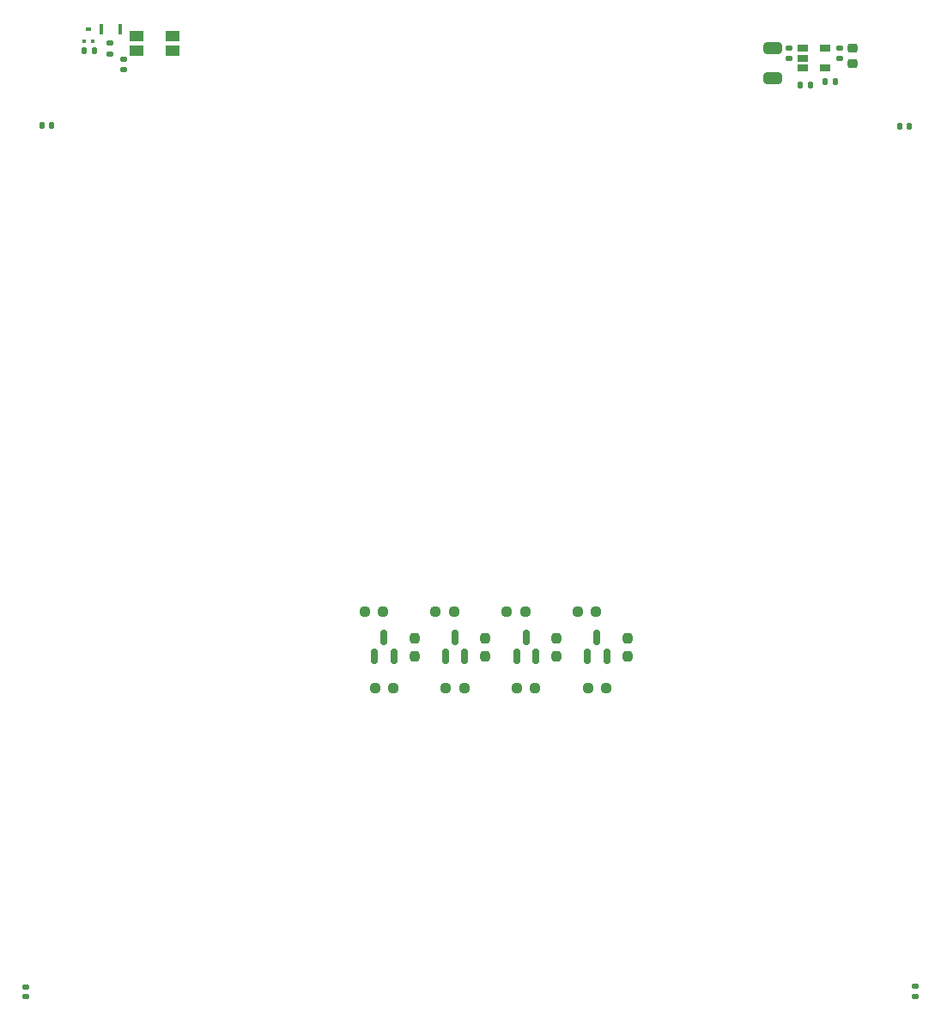
<source format=gbr>
%TF.GenerationSoftware,KiCad,Pcbnew,(6.0.1-0)*%
%TF.CreationDate,2022-02-08T16:02:54-05:00*%
%TF.ProjectId,FP Interface Card,46502049-6e74-4657-9266-616365204361,rev?*%
%TF.SameCoordinates,Original*%
%TF.FileFunction,Paste,Top*%
%TF.FilePolarity,Positive*%
%FSLAX46Y46*%
G04 Gerber Fmt 4.6, Leading zero omitted, Abs format (unit mm)*
G04 Created by KiCad (PCBNEW (6.0.1-0)) date 2022-02-08 16:02:54*
%MOMM*%
%LPD*%
G01*
G04 APERTURE LIST*
G04 Aperture macros list*
%AMRoundRect*
0 Rectangle with rounded corners*
0 $1 Rounding radius*
0 $2 $3 $4 $5 $6 $7 $8 $9 X,Y pos of 4 corners*
0 Add a 4 corners polygon primitive as box body*
4,1,4,$2,$3,$4,$5,$6,$7,$8,$9,$2,$3,0*
0 Add four circle primitives for the rounded corners*
1,1,$1+$1,$2,$3*
1,1,$1+$1,$4,$5*
1,1,$1+$1,$6,$7*
1,1,$1+$1,$8,$9*
0 Add four rect primitives between the rounded corners*
20,1,$1+$1,$2,$3,$4,$5,0*
20,1,$1+$1,$4,$5,$6,$7,0*
20,1,$1+$1,$6,$7,$8,$9,0*
20,1,$1+$1,$8,$9,$2,$3,0*%
G04 Aperture macros list end*
%ADD10R,0.370000X1.000000*%
%ADD11R,1.400000X1.050000*%
%ADD12RoundRect,0.140000X-0.140000X-0.170000X0.140000X-0.170000X0.140000X0.170000X-0.140000X0.170000X0*%
%ADD13RoundRect,0.140000X0.140000X0.170000X-0.140000X0.170000X-0.140000X-0.170000X0.140000X-0.170000X0*%
%ADD14RoundRect,0.140000X-0.170000X0.140000X-0.170000X-0.140000X0.170000X-0.140000X0.170000X0.140000X0*%
%ADD15RoundRect,0.225000X-0.250000X0.225000X-0.250000X-0.225000X0.250000X-0.225000X0.250000X0.225000X0*%
%ADD16RoundRect,0.250000X-0.650000X0.325000X-0.650000X-0.325000X0.650000X-0.325000X0.650000X0.325000X0*%
%ADD17R,0.400000X0.450000*%
%ADD18R,0.500000X0.450000*%
%ADD19RoundRect,0.135000X0.185000X-0.135000X0.185000X0.135000X-0.185000X0.135000X-0.185000X-0.135000X0*%
%ADD20RoundRect,0.135000X-0.135000X-0.185000X0.135000X-0.185000X0.135000X0.185000X-0.135000X0.185000X0*%
%ADD21R,1.060000X0.650000*%
%ADD22RoundRect,0.237500X0.237500X-0.250000X0.237500X0.250000X-0.237500X0.250000X-0.237500X-0.250000X0*%
%ADD23RoundRect,0.150000X0.150000X-0.587500X0.150000X0.587500X-0.150000X0.587500X-0.150000X-0.587500X0*%
%ADD24RoundRect,0.237500X-0.250000X-0.237500X0.250000X-0.237500X0.250000X0.237500X-0.250000X0.237500X0*%
G04 APERTURE END LIST*
D10*
%TO.C,D3*%
X8623778Y100375720D03*
X10483778Y100375720D03*
%TD*%
D11*
%TO.C,SW1*%
X15653770Y99750833D03*
X15653770Y98300833D03*
X12053770Y99750833D03*
X12053770Y98300833D03*
%TD*%
D12*
%TO.C,C7*%
X2758500Y90932000D03*
X3718500Y90932000D03*
%TD*%
D13*
%TO.C,C8*%
X88300500Y90805000D03*
X87340500Y90805000D03*
%TD*%
D14*
%TO.C,C9*%
X88900000Y6068000D03*
X88900000Y5108000D03*
%TD*%
%TO.C,C10*%
X1143000Y6004500D03*
X1143000Y5044500D03*
%TD*%
D15*
%TO.C,C3*%
X82702400Y98539600D03*
X82702400Y96989600D03*
%TD*%
D14*
%TO.C,C4*%
X81407000Y98524000D03*
X81407000Y97564000D03*
%TD*%
%TO.C,C1*%
X76428600Y98524000D03*
X76428600Y97564000D03*
%TD*%
D16*
%TO.C,C2*%
X74803000Y98503000D03*
X74803000Y95553000D03*
%TD*%
D17*
%TO.C,Q7*%
X6940600Y99221600D03*
X7740600Y99221600D03*
D18*
X7340600Y100371600D03*
%TD*%
D19*
%TO.C,R24*%
X10795000Y96454500D03*
X10795000Y97474500D03*
%TD*%
D20*
%TO.C,R22*%
X6932200Y98272600D03*
X7952200Y98272600D03*
%TD*%
D19*
%TO.C,R18*%
X9423400Y97991200D03*
X9423400Y99011200D03*
%TD*%
D20*
%TO.C,R13*%
X77493400Y94869000D03*
X78513400Y94869000D03*
%TD*%
D21*
%TO.C,U1*%
X77817800Y98511400D03*
X77817800Y97561400D03*
X77817800Y96611400D03*
X80017800Y96611400D03*
X80017800Y98511400D03*
%TD*%
D20*
%TO.C,R14*%
X80008000Y95250000D03*
X81028000Y95250000D03*
%TD*%
D22*
%TO.C,R12*%
X60500000Y38587500D03*
X60500000Y40412500D03*
%TD*%
D23*
%TO.C,Q4*%
X56550000Y38562500D03*
X58450000Y38562500D03*
X57500000Y40437500D03*
%TD*%
D24*
%TO.C,R9*%
X55587500Y43000000D03*
X57412500Y43000000D03*
%TD*%
D23*
%TO.C,Q3*%
X42550000Y38562500D03*
X44450000Y38562500D03*
X43500000Y40437500D03*
%TD*%
D24*
%TO.C,R3*%
X48587500Y43000000D03*
X50412500Y43000000D03*
%TD*%
D23*
%TO.C,Q2*%
X49550000Y38562500D03*
X51450000Y38562500D03*
X50500000Y40437500D03*
%TD*%
%TO.C,Q1*%
X35550000Y38562500D03*
X37450000Y38562500D03*
X36500000Y40437500D03*
%TD*%
D24*
%TO.C,R10*%
X56587500Y35500000D03*
X58412500Y35500000D03*
%TD*%
D22*
%TO.C,R11*%
X46500000Y38587500D03*
X46500000Y40412500D03*
%TD*%
D24*
%TO.C,R7*%
X41587500Y43000000D03*
X43412500Y43000000D03*
%TD*%
%TO.C,R8*%
X42587500Y35500000D03*
X44412500Y35500000D03*
%TD*%
%TO.C,R4*%
X49587500Y35500000D03*
X51412500Y35500000D03*
%TD*%
%TO.C,R2*%
X35587500Y35500000D03*
X37412500Y35500000D03*
%TD*%
%TO.C,R1*%
X34587500Y43000000D03*
X36412500Y43000000D03*
%TD*%
D22*
%TO.C,R6*%
X53500000Y38587500D03*
X53500000Y40412500D03*
%TD*%
%TO.C,R5*%
X39500000Y38587500D03*
X39500000Y40412500D03*
%TD*%
M02*

</source>
